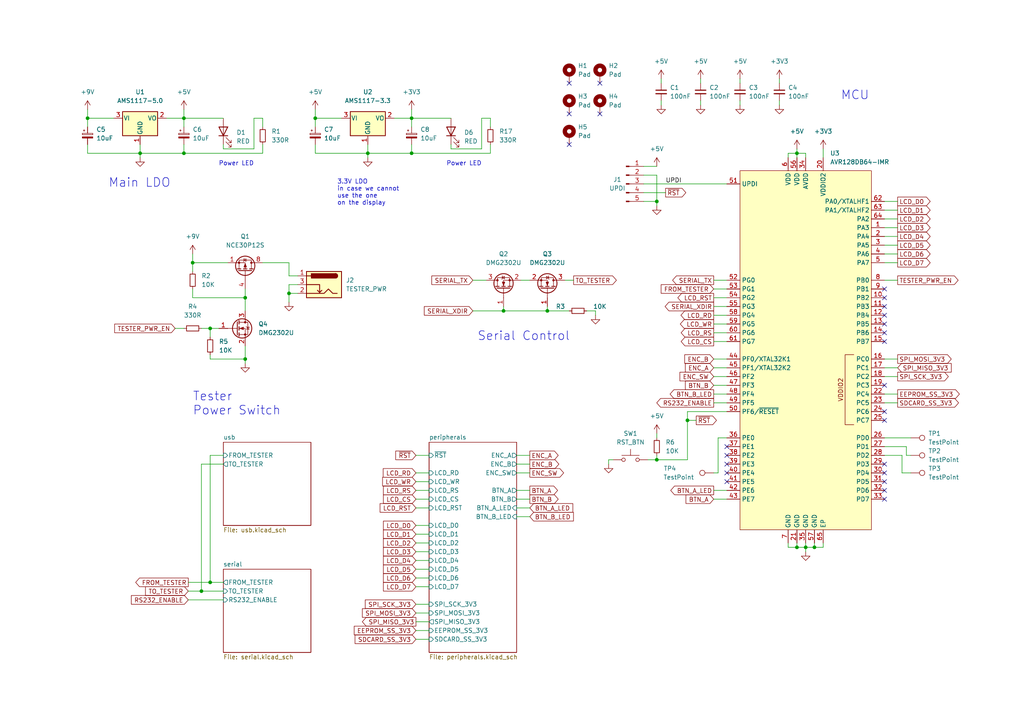
<source format=kicad_sch>
(kicad_sch (version 20211123) (generator eeschema)
  (paper "A4")
  (title_block (title "Tauntek LogIC tester Hat") (date "2022-06-18") (rev "1") (company "Sleepy Pony Labs"))
  (lib_symbols
    (symbol "Connector:Barrel_Jack_Switch" (pin_names hide)
      (property "Reference" "J" (at 0 5.334 0))
      (property "Value" "Barrel_Jack_Switch" (at 0 -5.08 0))
      (symbol "Barrel_Jack_Switch_0_1"
        (rectangle (start -5.08 3.81) (end 5.08 -3.81) (stroke (width 0.254)) (fill (type background)))
        (arc (start -3.302 3.175) (mid -3.937 2.54) (end -3.302 1.905) (stroke (width 0.254)))
        (arc (start -3.302 3.175) (mid -3.937 2.54) (end -3.302 1.905) (stroke (width 0.254)) (fill (type outline)))
        (polyline (pts (xy 1.27 -2.286) (xy 1.905 -1.651)) (stroke (width 0.254)))
        (polyline (pts (xy 5.08 2.54) (xy 3.81 2.54)) (stroke (width 0.254)))
        (polyline (pts (xy 5.08 0) (xy 1.27 0) (xy 1.27 -2.286) (xy 0.635 -1.651)) (stroke (width 0.254)))
        (polyline (pts (xy -3.81 -2.54) (xy -2.54 -2.54) (xy -1.27 -1.27) (xy 0 -2.54) (xy 2.54 -2.54) (xy 5.08 -2.54)) (stroke (width 0.254)))
        (rectangle (start 3.683 3.175) (end -3.302 1.905) (stroke (width 0.254)) (fill (type outline)))
      )
      (symbol "Barrel_Jack_Switch_1_1"
        (pin passive line (at 7.62 2.54 180) (length 2.54) (name "~") (number "1"))
        (pin passive line (at 7.62 -2.54 180) (length 2.54) (name "~") (number "2"))
        (pin passive line (at 7.62 0 180) (length 2.54) (name "~") (number "3"))
      )
    )
    (symbol "Connector:Conn_01x05_Male" (pin_names (offset 1.016) hide)
      (property "Reference" "J" (at 0 7.62 0))
      (property "Value" "Conn_01x05_Male" (at 0 -7.62 0))
      (symbol "Conn_01x05_Male_1_1"
        (polyline (pts (xy 1.27 -5.08) (xy 0.8636 -5.08)) (stroke (width 0.1524)))
        (polyline (pts (xy 1.27 -2.54) (xy 0.8636 -2.54)) (stroke (width 0.1524)))
        (polyline (pts (xy 1.27 0) (xy 0.8636 0)) (stroke (width 0.1524)))
        (polyline (pts (xy 1.27 2.54) (xy 0.8636 2.54)) (stroke (width 0.1524)))
        (polyline (pts (xy 1.27 5.08) (xy 0.8636 5.08)) (stroke (width 0.1524)))
        (rectangle (start 0.8636 -4.953) (end 0 -5.207) (stroke (width 0.1524)) (fill (type outline)))
        (rectangle (start 0.8636 -2.413) (end 0 -2.667) (stroke (width 0.1524)) (fill (type outline)))
        (rectangle (start 0.8636 0.127) (end 0 -0.127) (stroke (width 0.1524)) (fill (type outline)))
        (rectangle (start 0.8636 2.667) (end 0 2.413) (stroke (width 0.1524)) (fill (type outline)))
        (rectangle (start 0.8636 5.207) (end 0 4.953) (stroke (width 0.1524)) (fill (type outline)))
        (pin passive line (at 5.08 5.08 180) (length 3.81) (name "Pin_1") (number "1"))
        (pin passive line (at 5.08 2.54 180) (length 3.81) (name "Pin_2") (number "2"))
        (pin passive line (at 5.08 0 180) (length 3.81) (name "Pin_3") (number "3"))
        (pin passive line (at 5.08 -2.54 180) (length 3.81) (name "Pin_4") (number "4"))
        (pin passive line (at 5.08 -5.08 180) (length 3.81) (name "Pin_5") (number "5"))
      )
    )
    (symbol "Connector:TestPoint" (pin_numbers hide) (pin_names (offset 0.762) hide)
      (property "Reference" "TP" (at 0 6.858 0))
      (property "Value" "TestPoint" (at 0 5.08 0))
      (symbol "TestPoint_0_1"
        (circle (center 0 3.302) (radius 0.762))
      )
      (symbol "TestPoint_1_1"
        (pin passive line (at 0 0 90) (length 2.54) (name "1") (number "1"))
      )
    )
    (symbol "Device:C_Polarized_Small" (pin_numbers hide) (pin_names (offset 0.254) hide)
      (property "Reference" "C" (at 0.254 1.778 0))
      (property "Value" "C_Polarized_Small" (at 0.254 -2.032 0))
      (symbol "C_Polarized_Small_0_1"
        (rectangle (start -1.524 -0.3048) (end 1.524 -0.6858) (fill (type outline)))
        (rectangle (start -1.524 0.6858) (end 1.524 0.3048))
        (polyline (pts (xy -1.27 1.524) (xy -0.762 1.524)))
        (polyline (pts (xy -1.016 1.27) (xy -1.016 1.778)))
      )
      (symbol "C_Polarized_Small_1_1"
        (pin passive line (at 0 2.54 270) (length 1.8542) (name "~") (number "1"))
        (pin passive line (at 0 -2.54 90) (length 1.8542) (name "~") (number "2"))
      )
    )
    (symbol "Device:C_Small" (pin_numbers hide) (pin_names (offset 0.254) hide)
      (property "Reference" "C" (at 0.254 1.778 0))
      (property "Value" "C_Small" (at 0.254 -2.032 0))
      (symbol "C_Small_0_1"
        (polyline (pts (xy -1.524 -0.508) (xy 1.524 -0.508)) (stroke (width 0.3302)))
        (polyline (pts (xy -1.524 0.508) (xy 1.524 0.508)) (stroke (width 0.3048)))
      )
      (symbol "C_Small_1_1"
        (pin passive line (at 0 2.54 270) (length 2.032) (name "~") (number "1"))
        (pin passive line (at 0 -2.54 90) (length 2.032) (name "~") (number "2"))
      )
    )
    (symbol "Device:LED" (pin_numbers hide) (pin_names (offset 1.016) hide)
      (property "Reference" "D" (at 0 2.54 0))
      (property "Value" "LED" (at 0 -2.54 0))
      (symbol "LED_0_1"
        (polyline (pts (xy -1.27 -1.27) (xy -1.27 1.27)) (stroke (width 0.254)))
        (polyline (pts (xy -1.27 0) (xy 1.27 0)))
        (polyline (pts (xy 1.27 -1.27) (xy 1.27 1.27) (xy -1.27 0) (xy 1.27 -1.27)) (stroke (width 0.254)))
        (polyline (pts (xy -3.048 -0.762) (xy -4.572 -2.286) (xy -3.81 -2.286) (xy -4.572 -2.286) (xy -4.572 -1.524)))
        (polyline (pts (xy -1.778 -0.762) (xy -3.302 -2.286) (xy -2.54 -2.286) (xy -3.302 -2.286) (xy -3.302 -1.524)))
      )
      (symbol "LED_1_1"
        (pin passive line (at -3.81 0 0) (length 2.54) (name "K") (number "1"))
        (pin passive line (at 3.81 0 180) (length 2.54) (name "A") (number "2"))
      )
    )
    (symbol "Device:R_Small" (pin_numbers hide) (pin_names (offset 0.254) hide)
      (property "Reference" "R" (at 0.762 0.508 0))
      (property "Value" "R_Small" (at 0.762 -1.016 0))
      (symbol "R_Small_0_1"
        (rectangle (start -0.762 1.778) (end 0.762 -1.778) (stroke (width 0.2032)))
      )
      (symbol "R_Small_1_1"
        (pin passive line (at 0 2.54 270) (length 0.762) (name "~") (number "1"))
        (pin passive line (at 0 -2.54 90) (length 0.762) (name "~") (number "2"))
      )
    )
    (symbol "Mechanical:MountingHole_Pad" (pin_numbers hide) (pin_names (offset 1.016) hide)
      (property "Reference" "H" (at 0 6.35 0))
      (property "Value" "MountingHole_Pad" (at 0 4.445 0))
      (symbol "MountingHole_Pad_0_1"
        (circle (center 0 1.27) (radius 1.27) (stroke (width 1.27)))
      )
      (symbol "MountingHole_Pad_1_1"
        (pin input line (at 0 -2.54 90) (length 2.54) (name "1") (number "1"))
      )
    )
    (symbol "Regulator_Linear:AMS1117-3.3" (pin_names (offset 0.254))
      (property "Reference" "U" (at -3.81 3.175 0))
      (property "Value" "AMS1117-3.3" (at 0 3.175 0))
      (symbol "AMS1117-3.3_0_1"
        (rectangle (start -5.08 -5.08) (end 5.08 1.905) (stroke (width 0.254)) (fill (type background)))
      )
      (symbol "AMS1117-3.3_1_1"
        (pin power_in line (at 0 -7.62 90) (length 2.54) (name "GND") (number "1"))
        (pin power_out line (at 7.62 0 180) (length 2.54) (name "VO") (number "2"))
        (pin power_in line (at -7.62 0 0) (length 2.54) (name "VI") (number "3"))
      )
    )
    (symbol "Regulator_Linear:AMS1117-5.0" (pin_names (offset 0.254))
      (property "Reference" "U" (at -3.81 3.175 0))
      (property "Value" "AMS1117-5.0" (at 0 3.175 0))
      (symbol "AMS1117-5.0_0_1"
        (rectangle (start -5.08 -5.08) (end 5.08 1.905) (stroke (width 0.254)) (fill (type background)))
      )
      (symbol "AMS1117-5.0_1_1"
        (pin power_in line (at 0 -7.62 90) (length 2.54) (name "GND") (number "1"))
        (pin power_out line (at 7.62 0 180) (length 2.54) (name "VO") (number "2"))
        (pin power_in line (at -7.62 0 0) (length 2.54) (name "VI") (number "3"))
      )
    )
    (symbol "Switch:SW_Push" (pin_numbers hide) (pin_names (offset 1.016) hide)
      (property "Reference" "SW" (at 1.27 2.54 0))
      (property "Value" "SW_Push" (at 0 -1.524 0))
      (symbol "SW_Push_0_1"
        (circle (center -2.032 0) (radius 0.508))
        (polyline (pts (xy 0 1.27) (xy 0 3.048)))
        (polyline (pts (xy 2.54 1.27) (xy -2.54 1.27)))
        (circle (center 2.032 0) (radius 0.508))
        (pin passive line (at -5.08 0 0) (length 2.54) (name "1") (number "1"))
        (pin passive line (at 5.08 0 180) (length 2.54) (name "2") (number "2"))
      )
    )
    (symbol "Transistor_FET:DMG2302U" (pin_names hide)
      (property "Reference" "Q" (at 5.08 1.905 0))
      (property "Value" "DMG2302U" (at 5.08 0 0))
      (symbol "DMG2302U_0_1"
        (polyline (pts (xy 0.254 0) (xy -2.54 0)))
        (polyline (pts (xy 0.254 1.905) (xy 0.254 -1.905)) (stroke (width 0.254)))
        (polyline (pts (xy 0.762 -1.27) (xy 0.762 -2.286)) (stroke (width 0.254)))
        (polyline (pts (xy 0.762 0.508) (xy 0.762 -0.508)) (stroke (width 0.254)))
        (polyline (pts (xy 0.762 2.286) (xy 0.762 1.27)) (stroke (width 0.254)))
        (polyline (pts (xy 2.54 2.54) (xy 2.54 1.778)))
        (polyline (pts (xy 2.54 -2.54) (xy 2.54 0) (xy 0.762 0)))
        (polyline (pts (xy 0.762 -1.778) (xy 3.302 -1.778) (xy 3.302 1.778) (xy 0.762 1.778)))
        (polyline (pts (xy 1.016 0) (xy 2.032 0.381) (xy 2.032 -0.381) (xy 1.016 0)) (fill (type outline)))
        (polyline (pts (xy 2.794 0.508) (xy 2.921 0.381) (xy 3.683 0.381) (xy 3.81 0.254)))
        (polyline (pts (xy 3.302 0.381) (xy 2.921 -0.254) (xy 3.683 -0.254) (xy 3.302 0.381)))
        (circle (center 1.651 0) (radius 2.794) (stroke (width 0.254)))
        (circle (center 2.54 -1.778) (radius 0.254) (fill (type outline)))
        (circle (center 2.54 1.778) (radius 0.254) (fill (type outline)))
      )
      (symbol "DMG2302U_1_1"
        (pin input line (at -5.08 0 0) (length 2.54) (name "G") (number "1"))
        (pin passive line (at 2.54 -5.08 90) (length 2.54) (name "S") (number "2"))
        (pin passive line (at 2.54 5.08 270) (length 2.54) (name "D") (number "3"))
      )
    )
    (symbol "Transistor_FET:FDS9435A" (pin_names hide)
      (property "Reference" "Q" (at 5.08 1.905 0))
      (property "Value" "FDS9435A" (at 5.08 0 0))
      (symbol "FDS9435A_0_1"
        (polyline (pts (xy 0.254 0) (xy -2.54 0)))
        (polyline (pts (xy 0.254 1.905) (xy 0.254 -1.905)) (stroke (width 0.254)))
        (polyline (pts (xy 0.762 -1.27) (xy 0.762 -2.286)) (stroke (width 0.254)))
        (polyline (pts (xy 0.762 0.508) (xy 0.762 -0.508)) (stroke (width 0.254)))
        (polyline (pts (xy 0.762 2.286) (xy 0.762 1.27)) (stroke (width 0.254)))
        (polyline (pts (xy 2.54 2.54) (xy 2.54 1.778)))
        (polyline (pts (xy 2.54 -2.54) (xy 2.54 0) (xy 0.762 0)))
        (polyline (pts (xy 0.762 1.778) (xy 3.302 1.778) (xy 3.302 -1.778) (xy 0.762 -1.778)))
        (polyline (pts (xy 2.286 0) (xy 1.27 0.381) (xy 1.27 -0.381) (xy 2.286 0)) (fill (type outline)))
        (polyline (pts (xy 2.794 -0.508) (xy 2.921 -0.381) (xy 3.683 -0.381) (xy 3.81 -0.254)))
        (polyline (pts (xy 3.302 -0.381) (xy 2.921 0.254) (xy 3.683 0.254) (xy 3.302 -0.381)))
        (circle (center 1.651 0) (radius 2.794) (stroke (width 0.254)))
        (circle (center 2.54 -1.778) (radius 0.254) (fill (type outline)))
        (circle (center 2.54 1.778) (radius 0.254) (fill (type outline)))
      )
      (symbol "FDS9435A_1_1"
        (pin passive line (at 2.54 -5.08 90) (length 2.54) (name "S") (number "1"))
        (pin passive line (at 2.54 -5.08 90) (length 2.54) hide (name "S") (number "2"))
        (pin passive line (at 2.54 -5.08 90) (length 2.54) hide (name "S") (number "3"))
        (pin passive line (at -5.08 0 0) (length 2.54) (name "G") (number "4"))
        (pin passive line (at 2.54 5.08 270) (length 2.54) hide (name "D") (number "5"))
        (pin passive line (at 2.54 5.08 270) (length 2.54) hide (name "D") (number "6"))
        (pin passive line (at 2.54 5.08 270) (length 2.54) hide (name "D") (number "7"))
        (pin passive line (at 2.54 5.08 270) (length 2.54) (name "D") (number "8"))
      )
    )
    (symbol "power:+3.3V" (power) (pin_names (offset 0))
      (property "Value" "+3.3V" (at 0 3.556 0))
      (symbol "+3.3V_0_1"
        (polyline (pts (xy -0.762 1.27) (xy 0 2.54)))
        (polyline (pts (xy 0 0) (xy 0 2.54)))
        (polyline (pts (xy 0 2.54) (xy 0.762 1.27)))
      )
      (symbol "+3.3V_1_1"
        (pin power_in line (at 0 0 90) (length 0) hide (name "+3V3") (number "1"))
      )
    )
    (symbol "power:+5V" (power) (pin_names (offset 0))
      (property "Value" "+5V" (at 0 3.556 0))
      (symbol "+5V_0_1"
        (polyline (pts (xy -0.762 1.27) (xy 0 2.54)))
        (polyline (pts (xy 0 0) (xy 0 2.54)))
        (polyline (pts (xy 0 2.54) (xy 0.762 1.27)))
      )
      (symbol "+5V_1_1"
        (pin power_in line (at 0 0 90) (length 0) hide (name "+5V") (number "1"))
      )
    )
    (symbol "power:+9V" (power) (pin_names (offset 0))
      (property "Value" "+9V" (at 0 3.556 0))
      (symbol "+9V_0_1"
        (polyline (pts (xy -0.762 1.27) (xy 0 2.54)))
        (polyline (pts (xy 0 0) (xy 0 2.54)))
        (polyline (pts (xy 0 2.54) (xy 0.762 1.27)))
      )
      (symbol "+9V_1_1"
        (pin power_in line (at 0 0 90) (length 0) hide (name "+9V") (number "1"))
      )
    )
    (symbol "power:GND" (power) (pin_names (offset 0))
      (property "Value" "GND" (at 0 -3.81 0))
      (symbol "GND_0_1"
        (polyline (pts (xy 0 0) (xy 0 -1.27) (xy 1.27 -1.27) (xy 0 -2.54) (xy -1.27 -1.27) (xy 0 -1.27)))
      )
      (symbol "GND_1_1"
        (pin power_in line (at 0 0 270) (length 0) hide (name "GND") (number "1"))
      )
    )
    (symbol "sleepy_pony_labs:AVR128DB64-xMR"
      (property "Reference" "U" (at -17.78 53.34 0))
      (property "Value" "AVR128DB64-xMR" (at 15.24 -54.61 0))
      (symbol "AVR128DB64-xMR_0_0"
        (text "VDDIO2" (at 10.16 -11.43 900) (effects (font (size 1.27 1.27))))
      )
      (symbol "AVR128DB64-xMR_0_1"
        (rectangle (start -19.05 52.07) (end 19.05 -52.07) (fill (type background)))
        (polyline (pts (xy 13.97 -1.27) (xy 11.43 -1.27) (xy 11.43 -21.59) (xy 13.97 -21.59)))
      )
      (symbol "AVR128DB64-xMR_1_1"
        (pin bidirectional line (at 22.86 35.56 180) (length 3.81) (name "PA3") (number "1"))
        (pin bidirectional line (at 22.86 15.24 180) (length 3.81) (name "PB2") (number "10"))
        (pin bidirectional line (at 22.86 12.7 180) (length 3.81) (name "PB3") (number "11"))
        (pin bidirectional line (at 22.86 10.16 180) (length 3.81) (name "PB4") (number "12"))
        (pin bidirectional line (at 22.86 7.62 180) (length 3.81) (name "PB5") (number "13"))
        (pin bidirectional line (at 22.86 5.08 180) (length 3.81) (name "PB6") (number "14"))
        (pin bidirectional line (at 22.86 2.54 180) (length 3.81) (name "PB7") (number "15"))
        (pin bidirectional line (at 22.86 -2.54 180) (length 3.81) (name "PC0") (number "16"))
        (pin bidirectional line (at 22.86 -5.08 180) (length 3.81) (name "PC1") (number "17"))
        (pin bidirectional line (at 22.86 -7.62 180) (length 3.81) (name "PC2") (number "18"))
        (pin bidirectional line (at 22.86 -10.16 180) (length 3.81) (name "PC3") (number "19"))
        (pin bidirectional line (at 22.86 33.02 180) (length 3.81) (name "PA4") (number "2"))
        (pin power_in line (at 5.08 55.88 270) (length 3.81) (name "VDDIO2") (number "20"))
        (pin power_in line (at -2.54 -55.88 90) (length 3.81) (name "GND") (number "21"))
        (pin bidirectional line (at 22.86 -12.7 180) (length 3.81) (name "PC4") (number "22"))
        (pin bidirectional line (at 22.86 -15.24 180) (length 3.81) (name "PC5") (number "23"))
        (pin bidirectional line (at 22.86 -17.78 180) (length 3.81) (name "PC6") (number "24"))
        (pin bidirectional line (at 22.86 -20.32 180) (length 3.81) (name "PC7") (number "25"))
        (pin bidirectional line (at 22.86 -25.4 180) (length 3.81) (name "PD0") (number "26"))
        (pin bidirectional line (at 22.86 -27.94 180) (length 3.81) (name "PD1") (number "27"))
        (pin bidirectional line (at 22.86 -30.48 180) (length 3.81) (name "PD2") (number "28"))
        (pin bidirectional line (at 22.86 -33.02 180) (length 3.81) (name "PD3") (number "29"))
        (pin bidirectional line (at 22.86 30.48 180) (length 3.81) (name "PA5") (number "3"))
        (pin bidirectional line (at 22.86 -35.56 180) (length 3.81) (name "PD4") (number "30"))
        (pin bidirectional line (at 22.86 -38.1 180) (length 3.81) (name "PD5") (number "31"))
        (pin bidirectional line (at 22.86 -40.64 180) (length 3.81) (name "PD6") (number "32"))
        (pin bidirectional line (at 22.86 -43.18 180) (length 3.81) (name "PD7") (number "33"))
        (pin power_in line (at 0 55.88 270) (length 3.81) (name "AVDD") (number "34"))
        (pin power_in line (at 0 -55.88 90) (length 3.81) (name "GND") (number "35"))
        (pin bidirectional line (at -22.86 -25.4 0) (length 3.81) (name "PE0") (number "36"))
        (pin bidirectional line (at -22.86 -27.94 0) (length 3.81) (name "PE1") (number "37"))
        (pin bidirectional line (at -22.86 -30.48 0) (length 3.81) (name "PE2") (number "38"))
        (pin bidirectional line (at -22.86 -33.02 0) (length 3.81) (name "PE3") (number "39"))
        (pin bidirectional line (at 22.86 27.94 180) (length 3.81) (name "PA6") (number "4"))
        (pin bidirectional line (at -22.86 -35.56 0) (length 3.81) (name "PE4") (number "40"))
        (pin bidirectional line (at -22.86 -38.1 0) (length 3.81) (name "PE5") (number "41"))
        (pin bidirectional line (at -22.86 -40.64 0) (length 3.81) (name "PE6") (number "42"))
        (pin bidirectional line (at -22.86 -43.18 0) (length 3.81) (name "PE7") (number "43"))
        (pin bidirectional line (at -22.86 -2.54 0) (length 3.81) (name "PF0/XTAL32K1") (number "44"))
        (pin bidirectional line (at -22.86 -5.08 0) (length 3.81) (name "PF1/XTAL32K2") (number "45"))
        (pin bidirectional line (at -22.86 -7.62 0) (length 3.81) (name "PF2") (number "46"))
        (pin bidirectional line (at -22.86 -10.16 0) (length 3.81) (name "PF3") (number "47"))
        (pin bidirectional line (at -22.86 -12.7 0) (length 3.81) (name "PF4") (number "48"))
        (pin bidirectional line (at -22.86 -15.24 0) (length 3.81) (name "PF5") (number "49"))
        (pin bidirectional line (at 22.86 25.4 180) (length 3.81) (name "PA7") (number "5"))
        (pin input line (at -22.86 -17.78 0) (length 3.81) (name "PF6/~{RESET}") (number "50"))
        (pin bidirectional line (at -22.86 48.26 0) (length 3.81) (name "UPDI") (number "51"))
        (pin bidirectional line (at -22.86 20.32 0) (length 3.81) (name "PG0") (number "52"))
        (pin bidirectional line (at -22.86 17.78 0) (length 3.81) (name "PG1") (number "53"))
        (pin bidirectional line (at -22.86 15.24 0) (length 3.81) (name "PG2") (number "54"))
        (pin bidirectional line (at -22.86 12.7 0) (length 3.81) (name "PG3") (number "55"))
        (pin power_in line (at -2.54 55.88 270) (length 3.81) (name "VDD") (number "56"))
        (pin power_in line (at 2.54 -55.88 90) (length 3.81) (name "GND") (number "57"))
        (pin bidirectional line (at -22.86 10.16 0) (length 3.81) (name "PG4") (number "58"))
        (pin bidirectional line (at -22.86 7.62 0) (length 3.81) (name "PG5") (number "59"))
        (pin power_in line (at -5.08 55.88 270) (length 3.81) (name "VDD") (number "6"))
        (pin bidirectional line (at -22.86 5.08 0) (length 3.81) (name "PG6") (number "60"))
        (pin bidirectional line (at -22.86 2.54 0) (length 3.81) (name "PG7") (number "61"))
        (pin bidirectional line (at 22.86 43.18 180) (length 3.81) (name "PA0/XTALHF1") (number "62"))
        (pin bidirectional line (at 22.86 40.64 180) (length 3.81) (name "PA1/XTALHF2") (number "63"))
        (pin bidirectional line (at 22.86 38.1 180) (length 3.81) (name "PA2") (number "64"))
        (pin power_in line (at 5.08 -55.88 90) (length 3.81) (name "EP") (number "65"))
        (pin power_in line (at -5.08 -55.88 90) (length 3.81) (name "GND") (number "7"))
        (pin bidirectional line (at 22.86 20.32 180) (length 3.81) (name "PB0") (number "8"))
        (pin bidirectional line (at 22.86 17.78 180) (length 3.81) (name "PB1") (number "9"))
      )
    )
  )
  (junction (at 83.82 85.09))
  (junction (at 40.64 44.45))
  (junction (at 236.22 158.75))
  (junction (at 119.38 34.29))
  (junction (at 106.68 44.45))
  (junction (at 158.75 90.17))
  (junction (at 233.68 158.75))
  (junction (at 53.34 34.29))
  (junction (at 190.5 133.35))
  (junction (at 53.34 44.45))
  (junction (at 58.42 171.45))
  (junction (at 231.14 158.75))
  (junction (at 71.12 86.36))
  (junction (at 146.05 90.17))
  (junction (at 60.96 95.25))
  (junction (at 71.12 104.14))
  (junction (at 60.96 168.91))
  (junction (at 231.14 44.45))
  (junction (at 25.4 34.29))
  (junction (at 190.5 58.42))
  (junction (at 91.44 34.29))
  (junction (at 199.39 121.92))
  (junction (at 55.88 76.2))
  (junction (at 119.38 44.45))
  (no_connect (at 173.99 33.02))
  (no_connect (at 173.99 24.13))
  (no_connect (at 165.1 24.13))
  (no_connect (at 165.1 33.02))
  (no_connect (at 165.1 41.91))
  (no_connect (at 210.82 139.7))
  (no_connect (at 256.54 86.36))
  (no_connect (at 256.54 83.82))
  (no_connect (at 256.54 134.62))
  (no_connect (at 256.54 111.76))
  (no_connect (at 256.54 119.38))
  (no_connect (at 256.54 121.92))
  (no_connect (at 256.54 93.98))
  (no_connect (at 256.54 91.44))
  (no_connect (at 256.54 137.16))
  (no_connect (at 256.54 88.9))
  (no_connect (at 256.54 96.52))
  (no_connect (at 210.82 132.08))
  (no_connect (at 256.54 99.06))
  (no_connect (at 210.82 137.16))
  (no_connect (at 256.54 139.7))
  (no_connect (at 210.82 134.62))
  (no_connect (at 210.82 129.54))
  (no_connect (at 256.54 142.24))
  (no_connect (at 256.54 144.78))
  (wire (pts (xy 210.82 127) (xy 208.28 127)))
  (wire (pts (xy 228.6 44.45) (xy 231.14 44.45)))
  (wire (pts (xy 142.24 44.45) (xy 142.24 41.91)))
  (wire (pts (xy 40.64 44.45) (xy 25.4 44.45)))
  (wire (pts (xy 91.44 34.29) (xy 91.44 36.83)))
  (wire (pts (xy 71.12 100.33) (xy 71.12 104.14)))
  (wire (pts (xy 191.77 22.86) (xy 191.77 24.13)))
  (wire (pts (xy 233.68 158.75) (xy 236.22 158.75)))
  (wire (pts (xy 256.54 73.66) (xy 260.35 73.66)))
  (wire (pts (xy 231.14 44.45) (xy 233.68 44.45)))
  (wire (pts (xy 236.22 158.75) (xy 236.22 157.48)))
  (wire (pts (xy 207.01 111.76) (xy 210.82 111.76)))
  (wire (pts (xy 231.14 43.18) (xy 231.14 44.45)))
  (wire (pts (xy 40.64 41.91) (xy 40.64 44.45)))
  (wire (pts (xy 256.54 81.28) (xy 260.35 81.28)))
  (wire (pts (xy 158.75 88.9) (xy 158.75 90.17)))
  (wire (pts (xy 48.26 34.29) (xy 53.34 34.29)))
  (wire (pts (xy 149.86 137.16) (xy 153.67 137.16)))
  (wire (pts (xy 186.69 58.42) (xy 190.5 58.42)))
  (wire (pts (xy 60.96 132.08) (xy 64.77 132.08)))
  (wire (pts (xy 214.63 22.86) (xy 214.63 24.13)))
  (wire (pts (xy 120.65 177.8) (xy 124.46 177.8)))
  (wire (pts (xy 76.2 44.45) (xy 76.2 41.91)))
  (wire (pts (xy 207.01 86.36) (xy 210.82 86.36)))
  (wire (pts (xy 199.39 119.38) (xy 199.39 121.92)))
  (wire (pts (xy 203.2 22.86) (xy 203.2 24.13)))
  (wire (pts (xy 73.66 43.18) (xy 73.66 34.29)))
  (wire (pts (xy 226.06 22.86) (xy 226.06 24.13)))
  (wire (pts (xy 207.01 104.14) (xy 210.82 104.14)))
  (wire (pts (xy 146.05 90.17) (xy 158.75 90.17)))
  (wire (pts (xy 207.01 106.68) (xy 210.82 106.68)))
  (wire (pts (xy 228.6 158.75) (xy 228.6 157.48)))
  (wire (pts (xy 190.5 58.42) (xy 190.5 59.69)))
  (wire (pts (xy 231.14 158.75) (xy 228.6 158.75)))
  (wire (pts (xy 238.76 43.18) (xy 238.76 45.72)))
  (wire (pts (xy 71.12 86.36) (xy 71.12 90.17)))
  (wire (pts (xy 199.39 133.35) (xy 199.39 121.92)))
  (wire (pts (xy 58.42 171.45) (xy 64.77 171.45)))
  (wire (pts (xy 91.44 31.75) (xy 91.44 34.29)))
  (wire (pts (xy 233.68 44.45) (xy 233.68 45.72)))
  (wire (pts (xy 207.01 109.22) (xy 210.82 109.22)))
  (wire (pts (xy 256.54 129.54) (xy 262.89 129.54)))
  (wire (pts (xy 106.68 44.45) (xy 91.44 44.45)))
  (wire (pts (xy 210.82 88.9) (xy 207.01 88.9)))
  (wire (pts (xy 233.68 158.75) (xy 231.14 158.75)))
  (wire (pts (xy 53.34 44.45) (xy 53.34 41.91)))
  (wire (pts (xy 208.28 137.16) (xy 207.01 137.16)))
  (wire (pts (xy 53.34 34.29) (xy 64.77 34.29)))
  (wire (pts (xy 236.22 158.75) (xy 238.76 158.75)))
  (wire (pts (xy 119.38 44.45) (xy 142.24 44.45)))
  (wire (pts (xy 190.5 133.35) (xy 190.5 132.08)))
  (wire (pts (xy 55.88 83.82) (xy 55.88 86.36)))
  (wire (pts (xy 139.7 43.18) (xy 139.7 34.29)))
  (wire (pts (xy 120.65 154.94) (xy 124.46 154.94)))
  (wire (pts (xy 60.96 102.87) (xy 60.96 104.14)))
  (wire (pts (xy 54.61 171.45) (xy 58.42 171.45)))
  (wire (pts (xy 231.14 44.45) (xy 231.14 45.72)))
  (wire (pts (xy 119.38 34.29) (xy 130.81 34.29)))
  (wire (pts (xy 106.68 44.45) (xy 106.68 45.72)))
  (wire (pts (xy 256.54 106.68) (xy 260.35 106.68)))
  (wire (pts (xy 60.96 104.14) (xy 71.12 104.14)))
  (wire (pts (xy 256.54 116.84) (xy 260.35 116.84)))
  (wire (pts (xy 177.8 133.35) (xy 176.53 133.35)))
  (wire (pts (xy 231.14 158.75) (xy 231.14 157.48)))
  (wire (pts (xy 207.01 91.44) (xy 210.82 91.44)))
  (wire (pts (xy 54.61 173.99) (xy 64.77 173.99)))
  (wire (pts (xy 238.76 158.75) (xy 238.76 157.48)))
  (wire (pts (xy 191.77 29.21) (xy 191.77 30.48)))
  (wire (pts (xy 71.12 83.82) (xy 71.12 86.36)))
  (wire (pts (xy 186.69 50.8) (xy 190.5 50.8)))
  (wire (pts (xy 256.54 60.96) (xy 260.35 60.96)))
  (wire (pts (xy 256.54 104.14) (xy 260.35 104.14)))
  (wire (pts (xy 261.62 132.08) (xy 261.62 137.16)))
  (wire (pts (xy 50.8 95.25) (xy 53.34 95.25)))
  (wire (pts (xy 256.54 71.12) (xy 260.35 71.12)))
  (wire (pts (xy 120.65 162.56) (xy 124.46 162.56)))
  (wire (pts (xy 210.82 81.28) (xy 207.01 81.28)))
  (wire (pts (xy 76.2 76.2) (xy 83.82 76.2)))
  (wire (pts (xy 120.65 144.78) (xy 124.46 144.78)))
  (wire (pts (xy 172.72 90.17) (xy 172.72 91.44)))
  (wire (pts (xy 58.42 95.25) (xy 60.96 95.25)))
  (wire (pts (xy 130.81 43.18) (xy 139.7 43.18)))
  (wire (pts (xy 256.54 127) (xy 264.16 127)))
  (wire (pts (xy 40.64 44.45) (xy 40.64 45.72)))
  (wire (pts (xy 60.96 168.91) (xy 64.77 168.91)))
  (wire (pts (xy 25.4 31.75) (xy 25.4 34.29)))
  (wire (pts (xy 58.42 134.62) (xy 64.77 134.62)))
  (wire (pts (xy 83.82 80.01) (xy 86.36 80.01)))
  (wire (pts (xy 120.65 142.24) (xy 124.46 142.24)))
  (wire (pts (xy 256.54 76.2) (xy 260.35 76.2)))
  (wire (pts (xy 207.01 114.3) (xy 210.82 114.3)))
  (wire (pts (xy 83.82 82.55) (xy 83.82 85.09)))
  (wire (pts (xy 233.68 158.75) (xy 233.68 160.02)))
  (wire (pts (xy 40.64 44.45) (xy 53.34 44.45)))
  (wire (pts (xy 130.81 41.91) (xy 130.81 43.18)))
  (wire (pts (xy 190.5 50.8) (xy 190.5 58.42)))
  (wire (pts (xy 64.77 41.91) (xy 64.77 43.18)))
  (wire (pts (xy 142.24 34.29) (xy 142.24 36.83)))
  (wire (pts (xy 256.54 58.42) (xy 260.35 58.42)))
  (wire (pts (xy 91.44 44.45) (xy 91.44 41.91)))
  (wire (pts (xy 207.01 116.84) (xy 210.82 116.84)))
  (wire (pts (xy 60.96 95.25) (xy 63.5 95.25)))
  (wire (pts (xy 149.86 149.86) (xy 153.67 149.86)))
  (wire (pts (xy 137.16 90.17) (xy 146.05 90.17)))
  (wire (pts (xy 55.88 76.2) (xy 66.04 76.2)))
  (wire (pts (xy 256.54 114.3) (xy 260.35 114.3)))
  (wire (pts (xy 190.5 125.73) (xy 190.5 127)))
  (wire (pts (xy 120.65 175.26) (xy 124.46 175.26)))
  (wire (pts (xy 83.82 85.09) (xy 83.82 87.63)))
  (wire (pts (xy 261.62 137.16) (xy 264.16 137.16)))
  (wire (pts (xy 149.86 132.08) (xy 153.67 132.08)))
  (wire (pts (xy 120.65 182.88) (xy 124.46 182.88)))
  (wire (pts (xy 120.65 137.16) (xy 124.46 137.16)))
  (wire (pts (xy 149.86 142.24) (xy 153.67 142.24)))
  (wire (pts (xy 120.65 180.34) (xy 124.46 180.34)))
  (wire (pts (xy 210.82 119.38) (xy 199.39 119.38)))
  (wire (pts (xy 53.34 34.29) (xy 53.34 36.83)))
  (wire (pts (xy 256.54 66.04) (xy 260.35 66.04)))
  (wire (pts (xy 146.05 88.9) (xy 146.05 90.17)))
  (wire (pts (xy 203.2 29.21) (xy 203.2 30.48)))
  (wire (pts (xy 120.65 160.02) (xy 124.46 160.02)))
  (wire (pts (xy 186.69 48.26) (xy 190.5 48.26)))
  (wire (pts (xy 151.13 81.28) (xy 153.67 81.28)))
  (wire (pts (xy 120.65 152.4) (xy 124.46 152.4)))
  (wire (pts (xy 55.88 86.36) (xy 71.12 86.36)))
  (wire (pts (xy 199.39 121.92) (xy 201.93 121.92)))
  (wire (pts (xy 176.53 133.35) (xy 176.53 134.62)))
  (wire (pts (xy 83.82 82.55) (xy 86.36 82.55)))
  (wire (pts (xy 106.68 44.45) (xy 119.38 44.45)))
  (wire (pts (xy 163.83 81.28) (xy 166.37 81.28)))
  (wire (pts (xy 207.01 96.52) (xy 210.82 96.52)))
  (wire (pts (xy 207.01 93.98) (xy 210.82 93.98)))
  (wire (pts (xy 76.2 34.29) (xy 76.2 36.83)))
  (wire (pts (xy 114.3 34.29) (xy 119.38 34.29)))
  (wire (pts (xy 71.12 104.14) (xy 71.12 105.41)))
  (wire (pts (xy 120.65 132.08) (xy 124.46 132.08)))
  (wire (pts (xy 190.5 133.35) (xy 199.39 133.35)))
  (wire (pts (xy 83.82 76.2) (xy 83.82 80.01)))
  (wire (pts (xy 73.66 34.29) (xy 76.2 34.29)))
  (wire (pts (xy 149.86 134.62) (xy 153.67 134.62)))
  (wire (pts (xy 119.38 34.29) (xy 119.38 36.83)))
  (wire (pts (xy 54.61 168.91) (xy 60.96 168.91)))
  (wire (pts (xy 120.65 167.64) (xy 124.46 167.64)))
  (wire (pts (xy 149.86 144.78) (xy 153.67 144.78)))
  (wire (pts (xy 170.18 90.17) (xy 172.72 90.17)))
  (wire (pts (xy 187.96 133.35) (xy 190.5 133.35)))
  (wire (pts (xy 120.65 185.42) (xy 124.46 185.42)))
  (wire (pts (xy 119.38 44.45) (xy 119.38 41.91)))
  (wire (pts (xy 55.88 73.66) (xy 55.88 76.2)))
  (wire (pts (xy 55.88 76.2) (xy 55.88 78.74)))
  (wire (pts (xy 226.06 29.21) (xy 226.06 30.48)))
  (wire (pts (xy 120.65 157.48) (xy 124.46 157.48)))
  (wire (pts (xy 106.68 41.91) (xy 106.68 44.45)))
  (wire (pts (xy 207.01 142.24) (xy 210.82 142.24)))
  (wire (pts (xy 64.77 43.18) (xy 73.66 43.18)))
  (wire (pts (xy 208.28 127) (xy 208.28 137.16)))
  (wire (pts (xy 33.02 34.29) (xy 25.4 34.29)))
  (wire (pts (xy 207.01 144.78) (xy 210.82 144.78)))
  (wire (pts (xy 120.65 170.18) (xy 124.46 170.18)))
  (wire (pts (xy 262.89 129.54) (xy 262.89 132.08)))
  (wire (pts (xy 137.16 81.28) (xy 140.97 81.28)))
  (wire (pts (xy 120.65 165.1) (xy 124.46 165.1)))
  (wire (pts (xy 149.86 147.32) (xy 153.67 147.32)))
  (wire (pts (xy 228.6 45.72) (xy 228.6 44.45)))
  (wire (pts (xy 210.82 83.82) (xy 207.01 83.82)))
  (wire (pts (xy 83.82 85.09) (xy 86.36 85.09)))
  (wire (pts (xy 214.63 29.21) (xy 214.63 30.48)))
  (wire (pts (xy 60.96 168.91) (xy 60.96 132.08)))
  (wire (pts (xy 158.75 90.17) (xy 165.1 90.17)))
  (wire (pts (xy 256.54 63.5) (xy 260.35 63.5)))
  (wire (pts (xy 256.54 109.22) (xy 260.35 109.22)))
  (wire (pts (xy 186.69 55.88) (xy 193.04 55.88)))
  (wire (pts (xy 120.65 139.7) (xy 124.46 139.7)))
  (wire (pts (xy 262.89 132.08) (xy 264.16 132.08)))
  (wire (pts (xy 256.54 68.58) (xy 260.35 68.58)))
  (wire (pts (xy 53.34 31.75) (xy 53.34 34.29)))
  (wire (pts (xy 53.34 44.45) (xy 76.2 44.45)))
  (wire (pts (xy 233.68 157.48) (xy 233.68 158.75)))
  (wire (pts (xy 120.65 147.32) (xy 124.46 147.32)))
  (wire (pts (xy 207.01 99.06) (xy 210.82 99.06)))
  (wire (pts (xy 186.69 53.34) (xy 210.82 53.34)))
  (wire (pts (xy 139.7 34.29) (xy 142.24 34.29)))
  (wire (pts (xy 58.42 171.45) (xy 58.42 134.62)))
  (wire (pts (xy 256.54 132.08) (xy 261.62 132.08)))
  (wire (pts (xy 119.38 31.75) (xy 119.38 34.29)))
  (wire (pts (xy 25.4 44.45) (xy 25.4 41.91)))
  (wire (pts (xy 60.96 95.25) (xy 60.96 97.79)))
  (wire (pts (xy 99.06 34.29) (xy 91.44 34.29)))
  (wire (pts (xy 25.4 34.29) (xy 25.4 36.83)))
  (text "Main LDO" (at 49.53 54.61 180) (effects (font (size 2.54 2.54)) (justify right bottom)))
  (text "3.3V LDO\nin case we cannot\nuse the one\non the display" (at 97.79 59.69 0) (effects (font (size 1.27 1.27)) (justify left bottom)))
  (text "Tester \nPower Switch" (at 55.88 120.65 0) (effects (font (size 2.54 2.54)) (justify left bottom)))
  (text "Serial Control" (at 138.43 99.06 0) (effects (font (size 2.54 2.54)) (justify left bottom)))
  (text "MCU" (at 243.84 29.21 0) (effects (font (size 2.54 2.54)) (justify left bottom)))
  (text "Power LED" (at 139.7 48.26 180) (effects (font (size 1.27 1.27)) (justify right bottom)))
  (text "Power LED" (at 73.66 48.26 180) (effects (font (size 1.27 1.27)) (justify right bottom)))
  (label "UPDI" (at 193.04 53.34 0))
  (global_label "ENC_SW" (shape input) (at 207.01 109.22 180) (property "Intersheet References" "${INTERSHEET_REFS}" (effects hide)))
  (global_label "LCD_D6" (shape output) (at 260.35 73.66 0) (property "Intersheet References" "${INTERSHEET_REFS}" (effects hide)))
  (global_label "BTN_A" (shape input) (at 207.01 144.78 180) (property "Intersheet References" "${INTERSHEET_REFS}" (effects hide)))
  (global_label "BTN_A_LED" (shape output) (at 207.01 142.24 180) (property "Intersheet References" "${INTERSHEET_REFS}" (effects hide)))
  (global_label "LCD_RD" (shape input) (at 120.65 137.16 180) (property "Intersheet References" "${INTERSHEET_REFS}" (effects hide)))
  (global_label "SPI_SCK_3V3" (shape input) (at 120.65 175.26 180) (property "Intersheet References" "${INTERSHEET_REFS}" (effects hide)))
  (global_label "RS232_ENABLE" (shape output) (at 207.01 116.84 180) (property "Intersheet References" "${INTERSHEET_REFS}" (effects hide)))
  (global_label "SERIAL_TX" (shape output) (at 207.01 81.28 180) (property "Intersheet References" "${INTERSHEET_REFS}" (effects hide)))
  (global_label "LCD_RD" (shape output) (at 207.01 91.44 180) (property "Intersheet References" "${INTERSHEET_REFS}" (effects hide)))
  (global_label "ENC_B" (shape output) (at 153.67 134.62 0) (property "Intersheet References" "${INTERSHEET_REFS}" (effects hide)))
  (global_label "BTN_B" (shape output) (at 153.67 144.78 0) (property "Intersheet References" "${INTERSHEET_REFS}" (effects hide)))
  (global_label "LCD_D5" (shape output) (at 260.35 71.12 0) (property "Intersheet References" "${INTERSHEET_REFS}" (effects hide)))
  (global_label "~{RST}" (shape output) (at 201.93 121.92 0) (property "Intersheet References" "${INTERSHEET_REFS}" (effects hide)))
  (global_label "LCD_D2" (shape output) (at 260.35 63.5 0) (property "Intersheet References" "${INTERSHEET_REFS}" (effects hide)))
  (global_label "TO_TESTER" (shape output) (at 166.37 81.28 0) (property "Intersheet References" "${INTERSHEET_REFS}" (effects hide)))
  (global_label "TESTER_PWR_EN" (shape input) (at 50.8 95.25 180) (property "Intersheet References" "${INTERSHEET_REFS}" (effects hide)))
  (global_label "LCD_D4" (shape output) (at 260.35 68.58 0) (property "Intersheet References" "${INTERSHEET_REFS}" (effects hide)))
  (global_label "LCD_D2" (shape input) (at 120.65 157.48 180) (property "Intersheet References" "${INTERSHEET_REFS}" (effects hide)))
  (global_label "~{RST}" (shape input) (at 120.65 132.08 180) (property "Intersheet References" "${INTERSHEET_REFS}" (effects hide)))
  (global_label "FROM_TESTER" (shape output) (at 54.61 168.91 180) (property "Intersheet References" "${INTERSHEET_REFS}" (effects hide)))
  (global_label "LCD_D7" (shape output) (at 260.35 76.2 0) (property "Intersheet References" "${INTERSHEET_REFS}" (effects hide)))
  (global_label "SDCARD_SS_3V3" (shape input) (at 120.65 185.42 180) (property "Intersheet References" "${INTERSHEET_REFS}" (effects hide)))
  (global_label "BTN_A" (shape output) (at 153.67 142.24 0) (property "Intersheet References" "${INTERSHEET_REFS}" (effects hide)))
  (global_label "SERIAL_TX" (shape input) (at 137.16 81.28 180) (property "Intersheet References" "${INTERSHEET_REFS}" (effects hide)))
  (global_label "ENC_A" (shape input) (at 207.01 106.68 180) (property "Intersheet References" "${INTERSHEET_REFS}" (effects hide)))
  (global_label "LCD_RS" (shape output) (at 207.01 96.52 180) (property "Intersheet References" "${INTERSHEET_REFS}" (effects hide)))
  (global_label "BTN_B" (shape input) (at 207.01 111.76 180) (property "Intersheet References" "${INTERSHEET_REFS}" (effects hide)))
  (global_label "LCD_D3" (shape input) (at 120.65 160.02 180) (property "Intersheet References" "${INTERSHEET_REFS}" (effects hide)))
  (global_label "SERIAL_XDIR" (shape input) (at 137.16 90.17 180) (property "Intersheet References" "${INTERSHEET_REFS}" (effects hide)))
  (global_label "~{RST}" (shape output) (at 193.04 55.88 0) (property "Intersheet References" "${INTERSHEET_REFS}" (effects hide)))
  (global_label "LCD_D0" (shape input) (at 120.65 152.4 180) (property "Intersheet References" "${INTERSHEET_REFS}" (effects hide)))
  (global_label "EEPROM_SS_3V3" (shape output) (at 260.35 114.3 0) (property "Intersheet References" "${INTERSHEET_REFS}" (effects hide)))
  (global_label "BTN_B_LED" (shape output) (at 207.01 114.3 180) (property "Intersheet References" "${INTERSHEET_REFS}" (effects hide)))
  (global_label "EEPROM_SS_3V3" (shape input) (at 120.65 182.88 180) (property "Intersheet References" "${INTERSHEET_REFS}" (effects hide)))
  (global_label "TO_TESTER" (shape input) (at 54.61 171.45 180) (property "Intersheet References" "${INTERSHEET_REFS}" (effects hide)))
  (global_label "BTN_B_LED" (shape input) (at 153.67 149.86 0) (property "Intersheet References" "${INTERSHEET_REFS}" (effects hide)))
  (global_label "SPI_SCK_3V3" (shape output) (at 260.35 109.22 0) (property "Intersheet References" "${INTERSHEET_REFS}" (effects hide)))
  (global_label "SDCARD_SS_3V3" (shape output) (at 260.35 116.84 0) (property "Intersheet References" "${INTERSHEET_REFS}" (effects hide)))
  (global_label "FROM_TESTER" (shape input) (at 207.01 83.82 180) (property "Intersheet References" "${INTERSHEET_REFS}" (effects hide)))
  (global_label "LCD_D3" (shape output) (at 260.35 66.04 0) (property "Intersheet References" "${INTERSHEET_REFS}" (effects hide)))
  (global_label "LCD_D5" (shape input) (at 120.65 165.1 180) (property "Intersheet References" "${INTERSHEET_REFS}" (effects hide)))
  (global_label "LCD_D1" (shape output) (at 260.35 60.96 0) (property "Intersheet References" "${INTERSHEET_REFS}" (effects hide)))
  (global_label "LCD_WR" (shape input) (at 120.65 139.7 180) (property "Intersheet References" "${INTERSHEET_REFS}" (effects hide)))
  (global_label "LCD_D0" (shape output) (at 260.35 58.42 0) (property "Intersheet References" "${INTERSHEET_REFS}" (effects hide)))
  (global_label "RS232_ENABLE" (shape input) (at 54.61 173.99 180) (property "Intersheet References" "${INTERSHEET_REFS}" (effects hide)))
  (global_label "LCD_D4" (shape input) (at 120.65 162.56 180) (property "Intersheet References" "${INTERSHEET_REFS}" (effects hide)))
  (global_label "ENC_A" (shape output) (at 153.67 132.08 0) (property "Intersheet References" "${INTERSHEET_REFS}" (effects hide)))
  (global_label "LCD_WR" (shape output) (at 207.01 93.98 180) (property "Intersheet References" "${INTERSHEET_REFS}" (effects hide)))
  (global_label "TESTER_PWR_EN" (shape output) (at 260.35 81.28 0) (property "Intersheet References" "${INTERSHEET_REFS}" (effects hide)))
  (global_label "SPI_MISO_3V3" (shape input) (at 260.35 106.68 0) (property "Intersheet References" "${INTERSHEET_REFS}" (effects hide)))
  (global_label "LCD_D6" (shape input) (at 120.65 167.64 180) (property "Intersheet References" "${INTERSHEET_REFS}" (effects hide)))
  (global_label "LCD_RS" (shape input) (at 120.65 142.24 180) (property "Intersheet References" "${INTERSHEET_REFS}" (effects hide)))
  (global_label "BTN_A_LED" (shape input) (at 153.67 147.32 0) (property "Intersheet References" "${INTERSHEET_REFS}" (effects hide)))
  (global_label "ENC_SW" (shape output) (at 153.67 137.16 0) (property "Intersheet References" "${INTERSHEET_REFS}" (effects hide)))
  (global_label "SPI_MOSI_3V3" (shape output) (at 260.35 104.14 0) (property "Intersheet References" "${INTERSHEET_REFS}" (effects hide)))
  (global_label "SPI_MISO_3V3" (shape output) (at 120.65 180.34 180) (property "Intersheet References" "${INTERSHEET_REFS}" (effects hide)))
  (global_label "SERIAL_XDIR" (shape output) (at 207.01 88.9 180) (property "Intersheet References" "${INTERSHEET_REFS}" (effects hide)))
  (global_label "LCD_CS" (shape output) (at 207.01 99.06 180) (property "Intersheet References" "${INTERSHEET_REFS}" (effects hide)))
  (global_label "SPI_MOSI_3V3" (shape input) (at 120.65 177.8 180) (property "Intersheet References" "${INTERSHEET_REFS}" (effects hide)))
  (global_label "LCD_D1" (shape input) (at 120.65 154.94 180) (property "Intersheet References" "${INTERSHEET_REFS}" (effects hide)))
  (global_label "ENC_B" (shape input) (at 207.01 104.14 180) (property "Intersheet References" "${INTERSHEET_REFS}" (effects hide)))
  (global_label "LCD_CS" (shape input) (at 120.65 144.78 180) (property "Intersheet References" "${INTERSHEET_REFS}" (effects hide)))
  (global_label "LCD_RST" (shape input) (at 120.65 147.32 180) (property "Intersheet References" "${INTERSHEET_REFS}" (effects hide)))
  (global_label "LCD_RST" (shape output) (at 207.01 86.36 180) (property "Intersheet References" "${INTERSHEET_REFS}" (effects hide)))
  (global_label "LCD_D7" (shape input) (at 120.65 170.18 180) (property "Intersheet References" "${INTERSHEET_REFS}" (effects hide)))
  (symbol (lib_id "Device:C_Polarized_Small") (at 119.38 39.37 0) (unit 1)
    (property "Reference" "C8" (at 121.92 37.5538 0) (effects (justify left)))
    (property "Value" "10uF" (at 121.92 40.0938 0) (effects (justify left)))
    (property "Footprint" "Capacitor_THT:CP_Radial_D5.0mm_P2.00mm" (effects hide))
  )
  (symbol (lib_id "Device:LED") (at 64.77 38.1 90) (unit 1)
    (property "Reference" "D1" (at 68.58 38.4174 90) (effects (justify right)))
    (property "Value" "RED" (at 68.58 40.9574 90) (effects (justify right)))
    (property "Footprint" "LED_THT:LED_D3.0mm" (effects hide))
  )
  (symbol (lib_id "power:GND") (at 83.82 87.63 0) (unit 1)
    (property "Reference" "#PWR020" (effects hide))
    (property "Value" "GND" (effects hide))
  )
  (symbol (lib_id "Mechanical:MountingHole_Pad") (at 165.1 39.37 0) (unit 1)
    (property "Reference" "H5" (at 167.64 36.8299 0) (effects (justify left)))
    (property "Value" "Pad" (at 167.64 39.3699 0) (effects (justify left)))
    (property "Footprint" "MountingHole:MountingHole_3mm_Pad" (effects hide))
  )
  (symbol (lib_id "Transistor_FET:FDS9435A") (at 71.12 78.74 270) (mirror x) (unit 1)
    (property "Reference" "Q1" (at 71.12 68.58 90))
    (property "Value" "NCE30P12S" (at 71.12 71.12 90))
    (property "Footprint" "Package_SO:SOIC-8_3.9x4.9mm_P1.27mm" (effects hide))
    (property "Datasheet" "https://www.onsemi.com/pub/Collateral/FDS9435A-D.PDF" (effects hide))
  )
  (symbol (lib_id "power:GND") (at 203.2 30.48 0) (unit 1)
    (property "Reference" "#PWR06" (effects hide))
    (property "Value" "GND" (effects hide))
  )
  (symbol (lib_id "Mechanical:MountingHole_Pad") (at 173.99 30.48 0) (unit 1)
    (property "Reference" "H4" (at 176.53 27.9399 0) (effects (justify left)))
    (property "Value" "Pad" (at 176.53 30.4799 0) (effects (justify left)))
    (property "Footprint" "MountingHole:MountingHole_3mm_Pad" (effects hide))
  )
  (symbol (lib_id "power:GND") (at 191.77 30.48 0) (unit 1)
    (property "Reference" "#PWR05" (effects hide))
    (property "Value" "GND" (effects hide))
  )
  (symbol (lib_id "power:+5V") (at 53.34 31.75 0) (unit 1)
    (property "Reference" "#PWR010" (effects hide))
    (property "Value" "+5V" (at 53.34 26.67 0))
  )
  (symbol (lib_id "Device:R_Small") (at 190.5 129.54 0) (unit 1)
    (property "Reference" "R6" (at 193.04 128.2699 0) (effects (justify left)))
    (property "Value" "10K" (at 193.04 130.8099 0) (effects (justify left)))
    (property "Footprint" "Resistor_SMD:R_0603_1608Metric" (effects hide))
  )
  (symbol (lib_id "power:GND") (at 226.06 30.48 0) (unit 1)
    (property "Reference" "#PWR08" (effects hide))
    (property "Value" "GND" (effects hide))
  )
  (symbol (lib_id "power:GND") (at 214.63 30.48 0) (unit 1)
    (property "Reference" "#PWR07" (effects hide))
    (property "Value" "GND" (effects hide))
  )
  (symbol (lib_id "Device:C_Polarized_Small") (at 91.44 39.37 0) (unit 1)
    (property "Reference" "C7" (at 93.98 37.5538 0) (effects (justify left)))
    (property "Value" "10uF" (at 93.98 40.0938 0) (effects (justify left)))
    (property "Footprint" "Capacitor_THT:CP_Radial_D5.0mm_P2.00mm" (effects hide))
  )
  (symbol (lib_id "Connector:Conn_01x05_Male") (at 181.61 53.34 0) (unit 1)
    (property "Reference" "J1" (at 179.07 52.07 0))
    (property "Value" "UPDI" (at 179.07 54.61 0))
    (property "Footprint" "Connector_PinHeader_2.54mm:PinHeader_1x05_P2.54mm_Vertical" (effects hide))
  )
  (symbol (lib_id "power:+5V") (at 91.44 31.75 0) (unit 1)
    (property "Reference" "#PWR011" (effects hide))
    (property "Value" "+5V" (at 91.44 26.67 0))
  )
  (symbol (lib_id "power:+5V") (at 203.2 22.86 0) (unit 1)
    (property "Reference" "#PWR02" (effects hide))
    (property "Value" "+5V" (at 203.2 17.78 0))
  )
  (symbol (lib_id "Device:C_Small") (at 191.77 26.67 0) (unit 1)
    (property "Reference" "C1" (at 194.31 25.4062 0) (effects (justify left)))
    (property "Value" "100nF" (at 194.31 27.9462 0) (effects (justify left)))
    (property "Footprint" "Capacitor_SMD:C_0603_1608Metric" (effects hide))
  )
  (symbol (lib_id "Device:C_Small") (at 214.63 26.67 0) (unit 1)
    (property "Reference" "C3" (at 217.17 25.4062 0) (effects (justify left)))
    (property "Value" "100nF" (at 217.17 27.9462 0) (effects (justify left)))
    (property "Footprint" "Capacitor_SMD:C_0603_1608Metric" (effects hide))
  )
  (symbol (lib_id "power:GND") (at 190.5 59.69 0) (unit 1)
    (property "Reference" "#PWR018" (effects hide))
    (property "Value" "GND" (effects hide))
  )
  (symbol (lib_id "Transistor_FET:DMG2302U") (at 158.75 83.82 270) (mirror x) (unit 1)
    (property "Reference" "Q3" (at 158.75 73.66 90))
    (property "Value" "DMG2302U" (at 158.75 76.2 90))
    (property "Footprint" "Package_TO_SOT_SMD:SOT-23" (effects hide))
    (property "Datasheet" "http://www.diodes.com/assets/Datasheets/DMG2302U.pdf" (effects hide))
  )
  (symbol (lib_id "power:GND") (at 40.64 45.72 0) (unit 1)
    (property "Reference" "#PWR015" (effects hide))
    (property "Value" "GND" (effects hide))
  )
  (symbol (lib_id "Device:R_Small") (at 167.64 90.17 90) (unit 1)
    (property "Reference" "R3" (at 162.56 88.9 90))
    (property "Value" "10K" (at 173.99 88.9 90))
    (property "Footprint" "Resistor_SMD:R_0603_1608Metric" (effects hide))
  )
  (symbol (lib_id "power:+5V") (at 190.5 125.73 0) (unit 1)
    (property "Reference" "#PWR023" (effects hide))
    (property "Value" "+5V" (at 190.5 120.65 0))
  )
  (symbol (lib_id "Regulator_Linear:AMS1117-3.3") (at 106.68 34.29 0) (unit 1)
    (property "Reference" "U2" (at 106.68 26.67 0))
    (property "Value" "AMS1117-3.3" (at 106.68 29.21 0))
    (property "Footprint" "Package_TO_SOT_SMD:SOT-223-3_TabPin2" (effects hide))
    (property "Datasheet" "http://www.advanced-monolithic.com/pdf/ds1117.pdf" (effects hide))
  )
  (symbol (lib_id "power:+9V") (at 25.4 31.75 0) (unit 1)
    (property "Reference" "#PWR09" (effects hide))
    (property "Value" "+9V" (at 25.4 26.67 0))
  )
  (symbol (lib_id "Connector:TestPoint") (at 264.16 127 270) (unit 1)
    (property "Reference" "TP1" (at 269.24 125.7299 90) (effects (justify left)))
    (property "Value" "TestPoint" (at 269.24 128.2699 90) (effects (justify left)))
    (property "Footprint" "TestPoint:TestPoint_Pad_D1.0mm" (effects hide))
  )
  (symbol (lib_id "Switch:SW_Push") (at 182.88 133.35 0) (unit 1)
    (property "Reference" "SW1" (at 182.88 125.73 0))
    (property "Value" "RST_BTN" (at 182.88 128.27 0))
    (property "Footprint" "Button_Switch_THT:SW_PUSH_6mm" (effects hide))
  )
  (symbol (lib_id "Device:LED") (at 130.81 38.1 90) (unit 1)
    (property "Reference" "D6" (at 134.62 38.4174 90) (effects (justify right)))
    (property "Value" "RED" (at 134.62 40.9574 90) (effects (justify right)))
    (property "Footprint" "LED_THT:LED_D3.0mm" (effects hide))
  )
  (symbol (lib_id "Device:R_Small") (at 55.88 81.28 0) (unit 1)
    (property "Reference" "R2" (at 58.42 80.0099 0) (effects (justify left)))
    (property "Value" "10K" (at 58.42 82.5499 0) (effects (justify left)))
    (property "Footprint" "Resistor_SMD:R_0603_1608Metric" (effects hide))
  )
  (symbol (lib_id "sleepy_pony_labs:AVR128DB64-xMR") (at 233.68 101.6 0) (unit 1)
    (property "Reference" "U3" (at 240.7794 44.45 0) (effects (justify left)))
    (property "Value" "AVR128DB64-IMR" (at 240.7794 46.99 0) (effects (justify left)))
    (property "Footprint" "Package_DFN_QFN:QFN-64-1EP_9x9mm_P0.5mm_EP7.15x7.15mm" (effects hide))
  )
  (symbol (lib_id "power:+3.3V") (at 226.06 22.86 0) (unit 1)
    (property "Reference" "#PWR0101" (effects hide))
    (property "Value" "+3.3V" (at 226.06 17.78 0))
  )
  (symbol (lib_id "power:+5V") (at 191.77 22.86 0) (unit 1)
    (property "Reference" "#PWR01" (effects hide))
    (property "Value" "+5V" (at 191.77 17.78 0))
  )
  (symbol (lib_id "power:+5V") (at 190.5 48.26 0) (unit 1)
    (property "Reference" "#PWR017" (effects hide))
    (property "Value" "+5V" (at 190.5 43.18 0))
  )
  (symbol (lib_id "Device:C_Polarized_Small") (at 25.4 39.37 0) (unit 1)
    (property "Reference" "C5" (at 27.94 37.5538 0) (effects (justify left)))
    (property "Value" "10uF" (at 27.94 40.0938 0) (effects (justify left)))
    (property "Footprint" "Capacitor_THT:CP_Radial_D5.0mm_P2.00mm" (effects hide))
  )
  (symbol (lib_id "power:GND") (at 106.68 45.72 0) (unit 1)
    (property "Reference" "#PWR016" (effects hide))
    (property "Value" "GND" (effects hide))
  )
  (symbol (lib_id "Device:R_Small") (at 55.88 95.25 90) (unit 1)
    (property "Reference" "R4" (at 55.88 88.9 90))
    (property "Value" "330R" (at 55.88 91.44 90))
    (property "Footprint" "Resistor_SMD:R_0603_1608Metric" (effects hide))
  )
  (symbol (lib_id "Transistor_FET:DMG2302U") (at 146.05 83.82 90) (unit 1)
    (property "Reference" "Q2" (at 146.05 73.66 90))
    (property "Value" "DMG2302U" (at 146.05 76.2 90))
    (property "Footprint" "Package_TO_SOT_SMD:SOT-23" (effects hide))
    (property "Datasheet" "http://www.diodes.com/assets/Datasheets/DMG2302U.pdf" (effects hide))
  )
  (symbol (lib_id "Device:C_Polarized_Small") (at 53.34 39.37 0) (unit 1)
    (property "Reference" "C6" (at 55.88 37.5538 0) (effects (justify left)))
    (property "Value" "10uF" (at 55.88 40.0938 0) (effects (justify left)))
    (property "Footprint" "Capacitor_THT:CP_Radial_D5.0mm_P2.00mm" (effects hide))
  )
  (symbol (lib_id "Connector:Barrel_Jack_Switch") (at 93.98 82.55 0) (mirror y) (unit 1)
    (property "Reference" "J2" (at 100.33 81.2799 0) (effects (justify right)))
    (property "Value" "TESTER_PWR" (at 100.33 83.8199 0) (effects (justify right)))
    (property "Footprint" "tauntek-hat:BarrelJack_Horizontal_CircularHoles" (effects hide))
  )
  (symbol (lib_id "power:GND") (at 176.53 134.62 0) (unit 1)
    (property "Reference" "#PWR024" (effects hide))
    (property "Value" "GND" (effects hide))
  )
  (symbol (lib_id "Mechanical:MountingHole_Pad") (at 165.1 21.59 0) (unit 1)
    (property "Reference" "H1" (at 167.64 19.0499 0) (effects (justify left)))
    (property "Value" "Pad" (at 167.64 21.5899 0) (effects (justify left)))
    (property "Footprint" "MountingHole:MountingHole_3mm_Pad" (effects hide))
  )
  (symbol (lib_id "power:+3.3V") (at 119.38 31.75 0) (unit 1)
    (property "Reference" "#PWR012" (effects hide))
    (property "Value" "+3.3V" (at 119.38 26.67 0))
  )
  (symbol (lib_id "power:GND") (at 233.68 160.02 0) (unit 1)
    (property "Reference" "#PWR025" (effects hide))
    (property "Value" "GND" (effects hide))
  )
  (symbol (lib_id "power:GND") (at 71.12 105.41 0) (unit 1)
    (property "Reference" "#PWR022" (effects hide))
    (property "Value" "GND" (effects hide))
  )
  (symbol (lib_id "Mechanical:MountingHole_Pad") (at 173.99 21.59 0) (unit 1)
    (property "Reference" "H2" (at 176.53 19.0499 0) (effects (justify left)))
    (property "Value" "Pad" (at 176.53 21.5899 0) (effects (justify left)))
    (property "Footprint" "MountingHole:MountingHole_3mm_Pad" (effects hide))
  )
  (symbol (lib_id "Device:C_Small") (at 226.06 26.67 0) (unit 1)
    (property "Reference" "C4" (at 228.6 25.4062 0) (effects (justify left)))
    (property "Value" "100nF" (at 228.6 27.9462 0) (effects (justify left)))
    (property "Footprint" "Capacitor_SMD:C_0603_1608Metric" (effects hide))
  )
  (symbol (lib_id "Device:R_Small") (at 76.2 39.37 0) (unit 1)
    (property "Reference" "R1" (at 78.74 38.0999 0) (effects (justify left)))
    (property "Value" "330R" (at 78.74 40.6399 0) (effects (justify left)))
    (property "Footprint" "Resistor_SMD:R_0603_1608Metric" (effects hide))
  )
  (symbol (lib_id "Connector:TestPoint") (at 264.16 137.16 270) (unit 1)
    (property "Reference" "TP3" (at 269.24 135.8899 90) (effects (justify left)))
    (property "Value" "TestPoint" (at 269.24 138.4299 90) (effects (justify left)))
    (property "Footprint" "TestPoint:TestPoint_Pad_D1.0mm" (effects hide))
  )
  (symbol (lib_id "Regulator_Linear:AMS1117-5.0") (at 40.64 34.29 0) (unit 1)
    (property "Reference" "U1" (at 40.64 26.67 0))
    (property "Value" "AMS1117-5.0" (at 40.64 29.21 0))
    (property "Footprint" "Package_TO_SOT_SMD:SOT-223-3_TabPin2" (effects hide))
    (property "Datasheet" "http://www.advanced-monolithic.com/pdf/ds1117.pdf" (effects hide))
  )
  (symbol (lib_id "power:+5V") (at 214.63 22.86 0) (unit 1)
    (property "Reference" "#PWR03" (effects hide))
    (property "Value" "+5V" (at 214.63 17.78 0))
  )
  (symbol (lib_id "Device:R_Small") (at 60.96 100.33 0) (unit 1)
    (property "Reference" "R5" (at 63.5 99.0599 0) (effects (justify left)))
    (property "Value" "10K" (at 63.5 101.5999 0) (effects (justify left)))
    (property "Footprint" "Resistor_SMD:R_0603_1608Metric" (effects hide))
  )
  (symbol (lib_id "Connector:TestPoint") (at 264.16 132.08 270) (unit 1)
    (property "Reference" "TP2" (at 269.24 130.8099 90) (effects (justify left)))
    (property "Value" "TestPoint" (at 269.24 133.3499 90) (effects (justify left)))
    (property "Footprint" "TestPoint:TestPoint_Pad_D1.0mm" (effects hide))
  )
  (symbol (lib_id "Connector:TestPoint") (at 207.01 137.16 90) (mirror x) (unit 1)
    (property "Reference" "TP4" (at 194.31 135.89 90))
    (property "Value" "TestPoint" (at 196.85 138.43 90))
    (property "Footprint" "TestPoint:TestPoint_Pad_D1.0mm" (effects hide))
  )
  (symbol (lib_id "Mechanical:MountingHole_Pad") (at 165.1 30.48 0) (unit 1)
    (property "Reference" "H3" (at 167.64 27.9399 0) (effects (justify left)))
    (property "Value" "Pad" (at 167.64 30.4799 0) (effects (justify left)))
    (property "Footprint" "MountingHole:MountingHole_3mm_Pad" (effects hide))
  )
  (symbol (lib_id "Device:R_Small") (at 142.24 39.37 0) (unit 1)
    (property "Reference" "R17" (at 144.78 38.0999 0) (effects (justify left)))
    (property "Value" "330R" (at 144.78 40.6399 0) (effects (justify left)))
    (property "Footprint" "Resistor_SMD:R_0603_1608Metric" (effects hide))
  )
  (symbol (lib_id "power:+5V") (at 231.14 43.18 0) (unit 1)
    (property "Reference" "#PWR013" (effects hide))
    (property "Value" "+5V" (at 231.14 38.1 0))
  )
  (symbol (lib_id "Transistor_FET:DMG2302U") (at 68.58 95.25 0) (unit 1)
    (property "Reference" "Q4" (at 74.93 93.9799 0) (effects (justify left)))
    (property "Value" "DMG2302U" (at 74.93 96.5199 0) (effects (justify left)))
    (property "Footprint" "Package_TO_SOT_SMD:SOT-23" (effects hide))
    (property "Datasheet" "http://www.diodes.com/assets/Datasheets/DMG2302U.pdf" (effects hide))
  )
  (symbol (lib_id "Device:C_Small") (at 203.2 26.67 0) (unit 1)
    (property "Reference" "C2" (at 205.74 25.4062 0) (effects (justify left)))
    (property "Value" "100nF" (at 205.74 27.9462 0) (effects (justify left)))
    (property "Footprint" "Capacitor_SMD:C_0603_1608Metric" (effects hide))
  )
  (symbol (lib_id "power:GND") (at 172.72 91.44 0) (unit 1)
    (property "Reference" "#PWR021" (effects hide))
    (property "Value" "GND" (effects hide))
  )
  (symbol (lib_id "power:+9V") (at 55.88 73.66 0) (unit 1)
    (property "Reference" "#PWR019" (effects hide))
    (property "Value" "+9V" (at 55.88 68.58 0))
  )
  (symbol (lib_id "power:+3.3V") (at 238.76 43.18 0) (unit 1)
    (property "Reference" "#PWR014" (effects hide))
    (property "Value" "+3.3V" (at 238.76 38.1 0))
  )
  (sheet (at 64.77 165.1) (size 25.4 24.13) (stroke (width 0.1524))
    (property "Sheet name" "serial" (at 64.77 164.3884 0) (effects (justify left bottom)))
    (property "Sheet file" "serial.kicad_sch" (at 64.77 189.8146 0) (effects (justify left top)))
    (pin "TO_TESTER" input (at 64.77 171.45 180))
    (pin "FROM_TESTER" output (at 64.77 168.91 180))
    (pin "RS232_ENABLE" input (at 64.77 173.99 180))
  )
  (sheet (at 124.46 128.27) (size 25.4 60.96) (stroke (width 0.1524))
    (property "Sheet name" "peripherals" (at 124.46 127.5584 0) (effects (justify left bottom)))
    (property "Sheet file" "peripherals.kicad_sch" (at 124.46 189.8146 0) (effects (justify left top)))
    (pin "~{RST}" input (at 124.46 132.08 180))
    (pin "LCD_D6" input (at 124.46 167.64 180))
    (pin "LCD_D4" input (at 124.46 162.56 180))
    (pin "LCD_D5" input (at 124.46 165.1 180))
    (pin "LCD_D3" input (at 124.46 160.02 180))
    (pin "LCD_D2" input (at 124.46 157.48 180))
    (pin "LCD_D1" input (at 124.46 154.94 180))
    (pin "LCD_D7" input (at 124.46 170.18 180))
    (pin "LCD_D0" input (at 124.46 152.4 180))
    (pin "LCD_WR" input (at 124.46 139.7 180))
    (pin "LCD_RS" input (at 124.46 142.24 180))
    (pin "LCD_CS" input (at 124.46 144.78 180))
    (pin "EEPROM_SS_3V3" input (at 124.46 182.88 180))
    (pin "ENC_A" output (at 149.86 132.08 0))
    (pin "ENC_B" output (at 149.86 134.62 0))
    (pin "SPI_SCK_3V3" input (at 124.46 175.26 180))
    (pin "SPI_MISO_3V3" output (at 124.46 180.34 180))
    (pin "SPI_MOSI_3V3" input (at 124.46 177.8 180))
    (pin "BTN_A" output (at 149.86 142.24 0))
    (pin "BTN_B" output (at 149.86 144.78 0))
    (pin "ENC_SW" output (at 149.86 137.16 0))
    (pin "SDCARD_SS_3V3" input (at 124.46 185.42 180))
    (pin "BTN_A_LED" input (at 149.86 147.32 0))
    (pin "BTN_B_LED" input (at 149.86 149.86 0))
    (pin "LCD_RD" input (at 124.46 137.16 180))
    (pin "LCD_RST" input (at 124.46 147.32 180))
  )
  (sheet (at 64.77 128.27) (size 25.4 24.13) (stroke (width 0.1524))
    (property "Sheet name" "usb" (at 64.77 127.5584 0) (effects (justify left bottom)))
    (property "Sheet file" "usb.kicad_sch" (at 64.77 152.9846 0) (effects (justify left top)))
    (pin "FROM_TESTER" input (at 64.77 132.08 180))
    (pin "TO_TESTER" output (at 64.77 134.62 180))
  )
)
</source>
